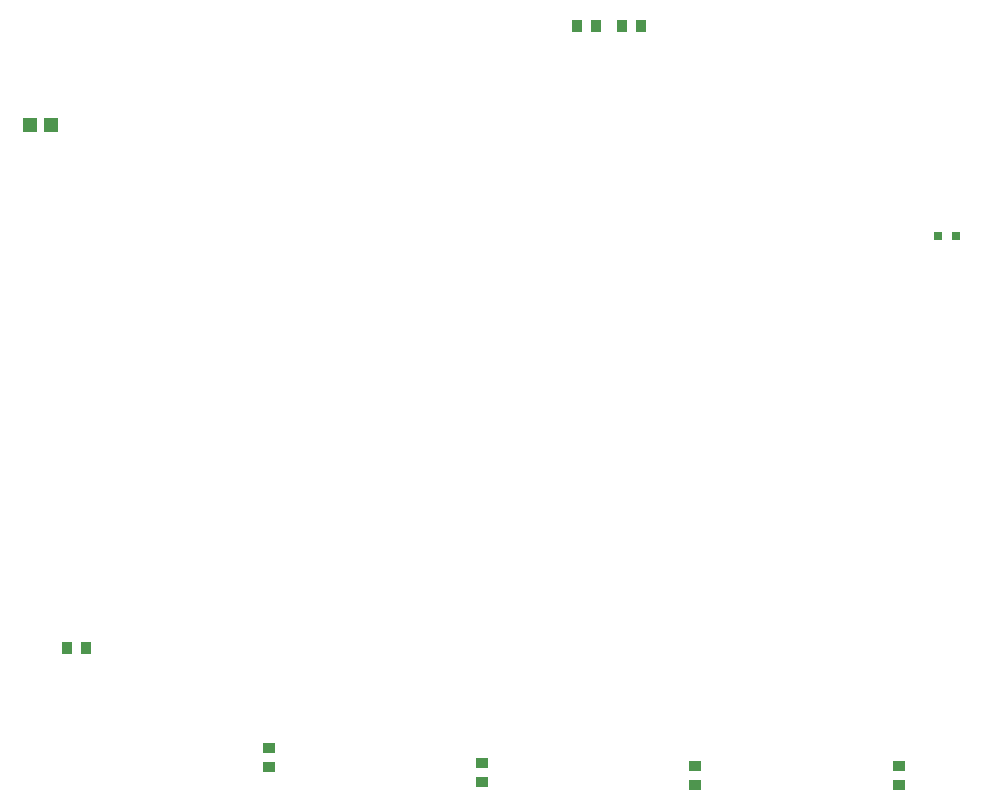
<source format=gbr>
G04 EAGLE Gerber RS-274X export*
G75*
%MOMM*%
%FSLAX34Y34*%
%LPD*%
%INSolderpaste Top*%
%IPPOS*%
%AMOC8*
5,1,8,0,0,1.08239X$1,22.5*%
G01*
%ADD10R,0.800000X0.800000*%
%ADD11R,0.949959X1.031241*%
%ADD12R,1.031241X0.949959*%
%ADD13R,1.143000X1.270000*%


D10*
X805300Y558800D03*
X820300Y558800D03*
D11*
X538099Y736600D03*
X554101Y736600D03*
X499999Y736600D03*
X516001Y736600D03*
X84201Y209550D03*
X68199Y209550D03*
D12*
X238760Y108839D03*
X238760Y124841D03*
X419100Y96139D03*
X419100Y112141D03*
X599440Y93599D03*
X599440Y109601D03*
X772160Y93599D03*
X772160Y109601D03*
D13*
X54610Y652780D03*
X36830Y652780D03*
M02*

</source>
